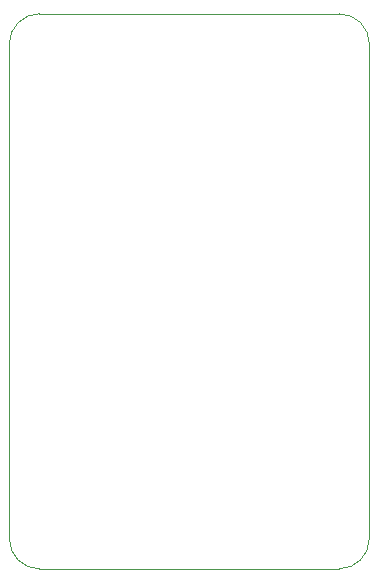
<source format=gbr>
%TF.GenerationSoftware,KiCad,Pcbnew,(5.1.9)-1*%
%TF.CreationDate,2021-03-06T18:52:22-05:00*%
%TF.ProjectId,final_design_v2,66696e61-6c5f-4646-9573-69676e5f7632,rev?*%
%TF.SameCoordinates,Original*%
%TF.FileFunction,Profile,NP*%
%FSLAX46Y46*%
G04 Gerber Fmt 4.6, Leading zero omitted, Abs format (unit mm)*
G04 Created by KiCad (PCBNEW (5.1.9)-1) date 2021-03-06 18:52:22*
%MOMM*%
%LPD*%
G01*
G04 APERTURE LIST*
%TA.AperFunction,Profile*%
%ADD10C,0.050000*%
%TD*%
G04 APERTURE END LIST*
D10*
X164630100Y-121564400D02*
G75*
G02*
X162090100Y-124104400I-2540000J0D01*
G01*
X136690100Y-124104400D02*
G75*
G02*
X134150100Y-121564400I0J2540000D01*
G01*
X134150100Y-79654400D02*
G75*
G02*
X136690100Y-77114400I2540000J0D01*
G01*
X162090100Y-77114400D02*
G75*
G02*
X164630100Y-79654400I0J-2540000D01*
G01*
X134150100Y-121564400D02*
X134150100Y-79654400D01*
X164630100Y-79654400D02*
X164630100Y-121564400D01*
X136690100Y-77114400D02*
X162090100Y-77114400D01*
X136690100Y-124104400D02*
X162090100Y-124104400D01*
M02*

</source>
